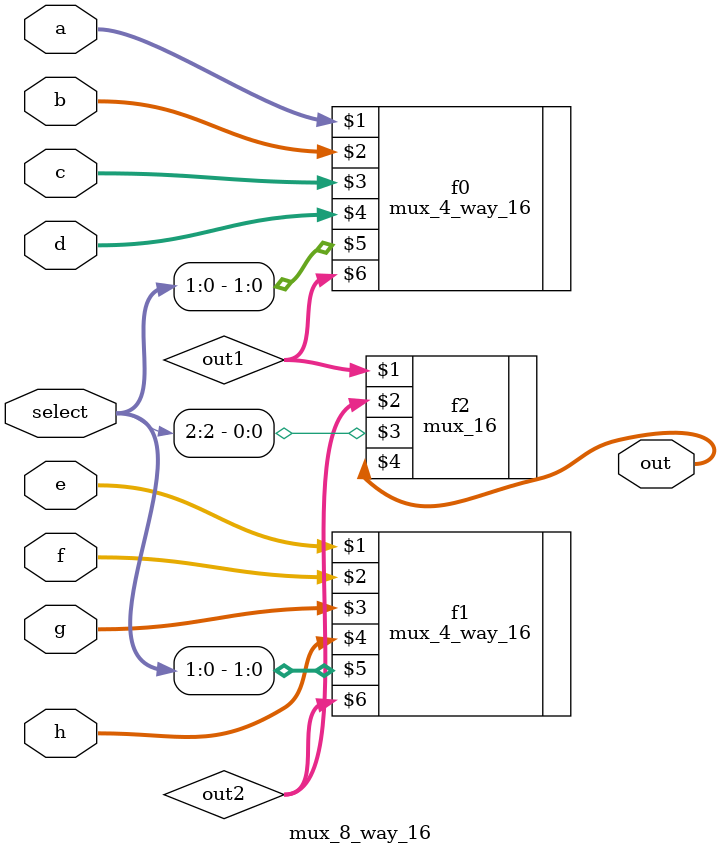
<source format=sv>
`ifndef mux_4_way_16
  `include "mux_4_way_16.sv"
`endif
`define mux_8_way_16 1

module mux_8_way_16(
    input  [15:0] a,
    input  [15:0] b,
    input  [15:0] c,
    input  [15:0] d,
    input  [15:0] e,
    input  [15:0] f,
    input  [15:0] g,
    input  [15:0] h,
    input  [2:0]  select,
    output [15:0] out
);

  wire [15:0] out1, out2;
  mux_4_way_16 f0 (a, b, c, d, select[1:0], out1);
  mux_4_way_16 f1 (e, f, g, h, select[1:0], out2);
  mux_16 f2 (out1, out2, select[2], out);
endmodule

</source>
